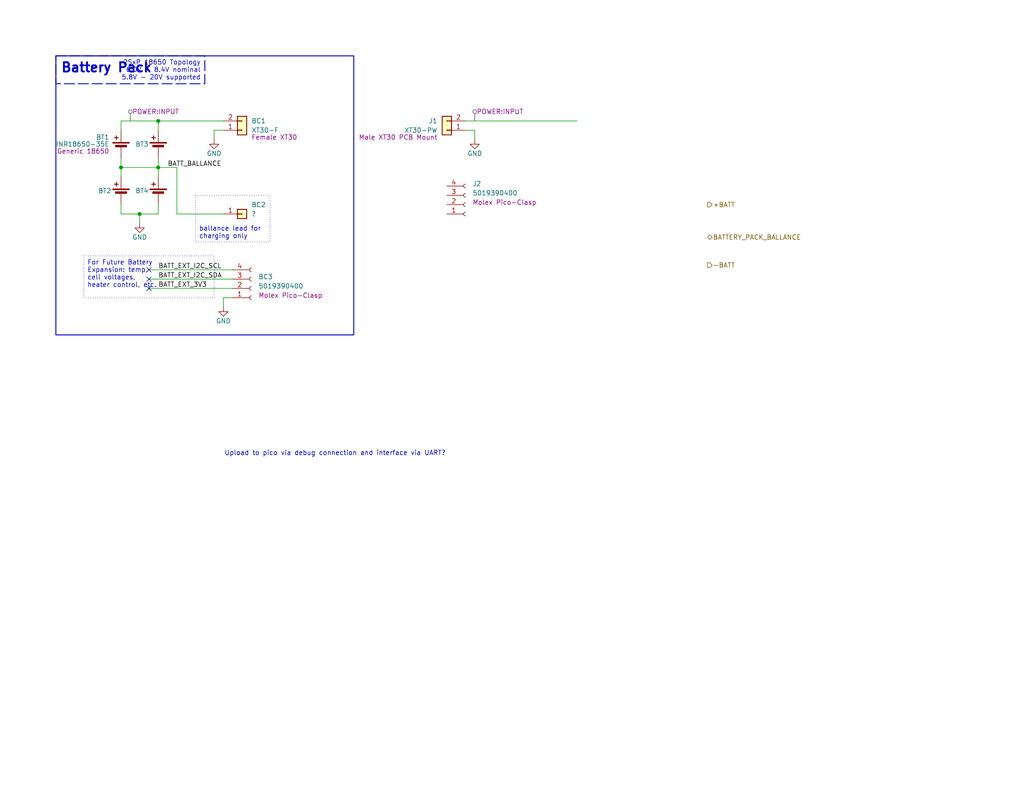
<source format=kicad_sch>
(kicad_sch (version 20250114) (generator "eeschema") (generator_version "9.0")
  (paper "A")
  (lib_symbols
    (symbol "Connector:Conn_01x04_Socket" (pin_names (offset 1.016) (hide yes))
      (property "Reference" "J" (at 0 5.08 0))
      (property "Value" "Conn_01x04_Socket" (at 0 -7.62 0))
      (symbol "Conn_01x04_Socket_1_1"
        (polyline (pts (xy -1.27 2.54) (xy -0.508 2.54)) (stroke (width 0.1524)))
        (polyline (pts (xy -1.27 0) (xy -0.508 0)) (stroke (width 0.1524)))
        (polyline (pts (xy -1.27 -2.54) (xy -0.508 -2.54)) (stroke (width 0.1524)))
        (polyline (pts (xy -1.27 -5.08) (xy -0.508 -5.08)) (stroke (width 0.1524)))
        (arc (start 0 2.032) (mid -0.5058 2.54) (end 0 3.048) (stroke (width 0.1524)))
        (arc (start 0 -0.508) (mid -0.5058 0) (end 0 0.508) (stroke (width 0.1524)))
        (arc (start 0 -3.048) (mid -0.5058 -2.54) (end 0 -2.032) (stroke (width 0.1524)))
        (arc (start 0 -5.588) (mid -0.5058 -5.08) (end 0 -4.572) (stroke (width 0.1524)))
        (pin passive line (at -5.08 2.54 0) (length 3.81) (name "Pin_1") (number "1"))
        (pin passive line (at -5.08 0 0) (length 3.81) (name "Pin_2") (number "2"))
        (pin passive line (at -5.08 -2.54 0) (length 3.81) (name "Pin_3") (number "3"))
        (pin passive line (at -5.08 -5.08 0) (length 3.81) (name "Pin_4") (number "4"))
      )
    )
    (symbol "Connector_Generic:Conn_01x01" (pin_names (offset 1.016) (hide yes))
      (property "Reference" "J" (at 0 2.54 0))
      (property "Value" "Conn_01x01" (at 0 -2.54 0))
      (symbol "Conn_01x01_1_1"
        (rectangle (start -1.27 1.27) (end 1.27 -1.27) (stroke (width 0.254)) (fill (type background)))
        (rectangle (start -1.27 0.127) (end 0 -0.127) (stroke (width 0.1524)))
        (pin passive line (at -5.08 0 0) (length 3.81) (name "Pin_1") (number "1"))
      )
    )
    (symbol "Connector_Generic:Conn_01x02" (pin_names (offset 1.016) (hide yes))
      (property "Reference" "J" (at 0 2.54 0))
      (property "Value" "Conn_01x02" (at 0 -5.08 0))
      (symbol "Conn_01x02_1_1"
        (rectangle (start -1.27 1.27) (end 1.27 -3.81) (stroke (width 0.254)) (fill (type background)))
        (rectangle (start -1.27 0.127) (end 0 -0.127) (stroke (width 0.1524)))
        (rectangle (start -1.27 -2.413) (end 0 -2.667) (stroke (width 0.1524)))
        (pin passive line (at -5.08 0 0) (length 3.81) (name "Pin_1") (number "1"))
        (pin passive line (at -5.08 -2.54 0) (length 3.81) (name "Pin_2") (number "2"))
      )
    )
    (symbol "Device:Battery_Cell" (pin_numbers (hide yes)) (pin_names (offset 0) (hide yes))
      (property "Reference" "BT" (at 2.54 2.54 0))
      (property "Value" "Battery_Cell" (at 2.54 0 0))
      (symbol "Battery_Cell_0_1"
        (rectangle (start -2.286 1.778) (end 2.286 1.524) (fill (type outline)))
        (rectangle (start -1.524 1.016) (end 1.524 0.508) (fill (type outline)))
        (polyline (pts (xy 0 1.778) (xy 0 2.54)))
        (polyline (pts (xy 0 0.762) (xy 0 0)))
        (polyline (pts (xy 0.762 3.048) (xy 1.778 3.048)) (stroke (width 0.254)))
        (polyline (pts (xy 1.27 3.556) (xy 1.27 2.54)) (stroke (width 0.254)))
      )
      (symbol "Battery_Cell_1_1"
        (pin passive line (at 0 5.08 270) (length 2.54) (name "+") (number "1"))
        (pin passive line (at 0 -2.54 90) (length 2.54) (name "-") (number "2"))
      )
    )
    (symbol "power:GND" (power) (pin_numbers (hide yes)) (pin_names (offset 0) (hide yes))
      (property "Value" "GND" (at 0 -3.81 0))
      (symbol "GND_0_1"
        (polyline (pts (xy 0 0) (xy 0 -1.27) (xy 1.27 -1.27) (xy 0 -2.54) (xy -1.27 -1.27) (xy 0 -1.27)))
      )
      (symbol "GND_1_1"
        (pin power_in line (at 0 0 270) (length 0) (name "~") (number "1"))
      )
    )
  )
  (rectangle (start 15.24 15.24) (end 96.52 91.44) (stroke (width 0.254)))
  (text "Battery Pack" (at 16.51 17.145 0) (effects (font (size 2.54 2.54) (thickness 0.508) (bold yes)) (justify left top)))
  (text "Upload to pico via debug connection and interface via UART?" (at 91.44 123.825 0) (effects (font (size 1.27 1.27))))
  (text_box "2SxP 18650 Topology\n6.0V - 8.4V nominal\n5.8V - 20V supported" (at 15.24 15.24 0) (size 40.64 7.62) (margins 1.0795 1.0795 1.0795 1.0795) (stroke (width 0.254) (type dash)) (effects (font (size 1.27 1.27)) (justify right bottom)))
  (text_box "ballance lead for charging only" (at 53.34 53.34 0) (size 20.32 12.7) (margins 0.9525 0.9525 0.9525 0.9525) (stroke (width 0) (type dot)) (effects (font (size 1.27 1.27)) (justify left bottom)))
  (text_box "For Future Battery\nExpansion: temp,\ncell voltages,\nheater control, etc." (at 22.86 69.85 0) (size 35.56 11.43) (margins 0.9525 0.9525 0.9525 0.9525) (stroke (width 0) (type dot)) (effects (font (size 1.27 1.27)) (justify left top)))
  (junction (at 43.18 45.72))
  (junction (at 43.18 33.02))
  (junction (at 38.1 58.42))
  (junction (at 33.02 45.72))
  (no_connect (at 40.64 73.66))
  (no_connect (at 40.64 78.74))
  (no_connect (at 40.64 76.2))
  (wire (pts (xy 33.02 58.42) (xy 38.1 58.42)))
  (wire (pts (xy 38.1 58.42) (xy 43.18 58.42)))
  (wire (pts (xy 43.18 45.72) (xy 43.18 48.26)))
  (wire (pts (xy 33.02 33.02) (xy 43.18 33.02)))
  (wire (pts (xy 33.02 43.18) (xy 33.02 45.72)))
  (wire (pts (xy 40.64 78.74) (xy 63.5 78.74)))
  (wire (pts (xy 127 35.56) (xy 129.54 35.56)))
  (wire (pts (xy 43.18 43.18) (xy 43.18 45.72)))
  (wire (pts (xy 58.42 35.56) (xy 58.42 38.1)))
  (wire (pts (xy 43.18 45.72) (xy 48.26 45.72)))
  (wire (pts (xy 33.02 55.88) (xy 33.02 58.42)))
  (wire (pts (xy 38.1 60.96) (xy 38.1 58.42)))
  (wire (pts (xy 43.18 33.02) (xy 60.96 33.02)))
  (wire (pts (xy 33.02 45.72) (xy 43.18 45.72)))
  (wire (pts (xy 63.5 81.28) (xy 60.96 81.28)))
  (wire (pts (xy 48.26 58.42) (xy 60.96 58.42)))
  (wire (pts (xy 127 33.02) (xy 157.48 33.02)))
  (wire (pts (xy 40.64 73.66) (xy 63.5 73.66)))
  (wire (pts (xy 40.64 76.2) (xy 63.5 76.2)))
  (wire (pts (xy 33.02 33.02) (xy 33.02 35.56)))
  (wire (pts (xy 129.54 35.56) (xy 129.54 38.1)))
  (wire (pts (xy 48.26 45.72) (xy 48.26 58.42)))
  (wire (pts (xy 58.42 35.56) (xy 60.96 35.56)))
  (wire (pts (xy 43.18 55.88) (xy 43.18 58.42)))
  (wire (pts (xy 33.02 45.72) (xy 33.02 48.26)))
  (wire (pts (xy 43.18 33.02) (xy 43.18 35.56)))
  (wire (pts (xy 60.96 81.28) (xy 60.96 83.82)))
  (label "BATT_BALLANCE" (at 45.72 45.72 0))
  (label "BATT_EXT_I2C_SDA" (at 43.18 76.2 0))
  (label "BATT_EXT_3V3" (at 43.18 78.74 0))
  (label "BATT_EXT_I2C_SCL" (at 43.18 73.66 0))
  (hierarchical_label "BATTERY_PACK_BALLANCE" (shape bidirectional) (at 193.04 64.77 0))
  (hierarchical_label "+BATT" (shape output) (at 193.04 55.88 0))
  (hierarchical_label "-BATT" (shape output) (at 193.04 72.39 0))
  (netclass_flag "" (length 2.54) (shape round) (at 129.54 33.02 0) (property "Netclass" "POWER:INPUT" (at 130.048 30.48 0) (effects (justify left))))
  (netclass_flag "" (length 2.54) (shape round) (at 35.56 33.02 0) (property "Netclass" "POWER:INPUT" (at 36.068 30.48 0) (effects (justify left))))
  (symbol (lib_id "power:GND") (at 129.54 38.1 0) (unit 1)
    (property "Reference" "#PWR044" (effects (hide yes)))
    (property "Value" "GND" (at 129.54 41.91 0))
    (property "Description" "Power symbol creates a global label with name \"GND\" , ground" (effects (hide yes)))
  )
  (symbol (lib_id "Connector_Generic:Conn_01x02") (at 66.04 35.56 0) (mirror x) (unit 1) (on_board no)
    (property "Reference" "BC1" (at 68.58 33.02 0) (effects (justify left)))
    (property "Value" "XT30-F" (at 68.58 35.56 0) (effects (justify left)))
    (property "Description" "Female XT30" (at 68.58 37.465 0) (effects (justify left)))
  )
  (symbol (lib_id "power:GND") (at 60.96 83.82 0) (unit 1)
    (property "Reference" "#PWR029" (effects (hide yes)))
    (property "Value" "GND" (at 60.96 87.63 0))
    (property "Description" "Power symbol creates a global label with name \"GND\" , ground" (effects (hide yes)))
  )
  (symbol (lib_id "Device:Battery_Cell") (at 43.18 53.34 0) (mirror y) (unit 1) (on_board no)
    (property "Reference" "BT4" (at 38.735 52.07 0))
    (property "Value" "INR18650-35E" (effects (hide yes)))
    (property "Description" "Single-cell battery" (effects (hide yes)))
    (property "Digikey" "Samsung" (effects (hide yes)))
  )
  (symbol (lib_id "power:GND") (at 58.42 38.1 0) (unit 1)
    (property "Reference" "#PWR028" (effects (hide yes)))
    (property "Value" "GND" (at 58.42 41.91 0))
    (property "Description" "Power symbol creates a global label with name \"GND\" , ground" (effects (hide yes)))
  )
  (symbol (lib_id "Connector:Conn_01x04_Socket") (at 68.58 78.74 0) (mirror x) (unit 1)
    (property "Reference" "BC3" (at 70.485 75.565 0) (effects (justify left)))
    (property "Value" "5019390400" (at 70.485 78.105 0) (effects (justify left)))
    (property "Description" "Molex Pico-Clasp" (at 70.485 80.645 0) (effects (justify left)))
  )
  (symbol (lib_id "Device:Battery_Cell") (at 43.18 40.64 0) (mirror y) (unit 1) (on_board no)
    (property "Reference" "BT3" (at 38.735 39.37 0))
    (property "Value" "INR18650-35E" (effects (hide yes)))
    (property "Description" "Single-cell battery" (effects (hide yes)))
    (property "Digikey" "Samsung" (effects (hide yes)))
  )
  (symbol (lib_id "Connector_Generic:Conn_01x02") (at 121.92 35.56 180) (unit 1) (on_board no)
    (property "Reference" "J1" (at 119.38 33.02 0) (effects (justify left)))
    (property "Value" "XT30-PW" (at 119.38 35.56 0) (effects (justify left)))
    (property "Description" "Male XT30 PCB Mount" (at 119.38 37.465 0) (effects (justify left)))
  )
  (symbol (lib_id "Connector_Generic:Conn_01x01") (at 66.04 58.42 0) (mirror x) (unit 1) (on_board no)
    (property "Reference" "BC2" (at 68.58 55.88 0) (effects (justify left)))
    (property "Value" "?" (at 68.58 58.42 0) (effects (justify left)))
    (property "Description" "Generic connector, single row, 01x01, script generated (kicad-library-utils/schlib/autogen/connector/)" (effects (hide yes)))
  )
  (symbol (lib_id "Device:Battery_Cell") (at 33.02 40.64 0) (mirror y) (unit 1) (on_board no)
    (property "Reference" "BT1" (at 29.845 37.465 0) (effects (justify left)))
    (property "Value" "INR18650-35E" (at 29.845 39.37 0) (effects (justify left)))
    (property "Description" "Generic 18650" (at 29.845 41.275 0) (effects (justify left)))
    (property "Digikey" "Samsung" (effects (hide yes)))
  )
  (symbol (lib_id "Device:Battery_Cell") (at 33.02 53.34 0) (mirror y) (unit 1) (on_board no)
    (property "Reference" "BT2" (at 28.575 52.07 0))
    (property "Value" "INR18650-35E" (effects (hide yes)))
    (property "Description" "Single-cell battery" (effects (hide yes)))
    (property "Digikey" "Samsung" (effects (hide yes)))
  )
  (symbol (lib_id "power:GND") (at 38.1 60.96 0) (unit 1)
    (property "Reference" "#PWR027" (effects (hide yes)))
    (property "Value" "GND" (at 38.1 64.77 0))
    (property "Description" "Power symbol creates a global label with name \"GND\" , ground" (effects (hide yes)))
  )
  (symbol (lib_id "Connector:Conn_01x04_Socket") (at 127 55.88 0) (mirror x) (unit 1)
    (property "Reference" "J2" (at 128.905 50.165 0) (effects (justify left)))
    (property "Value" "5019390400" (at 128.905 52.705 0) (effects (justify left)))
    (property "Description" "Molex Pico-Clasp" (at 128.905 55.245 0) (effects (justify left)))
  )
)
</source>
